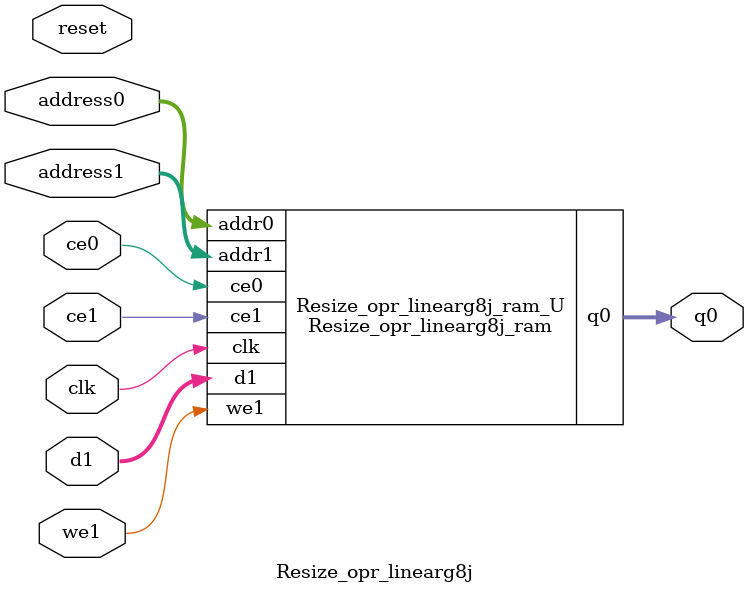
<source format=v>
`timescale 1 ns / 1 ps
module Resize_opr_linearg8j_ram (addr0, ce0, q0, addr1, ce1, d1, we1,  clk);

parameter DWIDTH = 8;
parameter AWIDTH = 10;
parameter MEM_SIZE = 641;

input[AWIDTH-1:0] addr0;
input ce0;
output reg[DWIDTH-1:0] q0;
input[AWIDTH-1:0] addr1;
input ce1;
input[DWIDTH-1:0] d1;
input we1;
input clk;

(* ram_style = "block" *)reg [DWIDTH-1:0] ram[0:MEM_SIZE-1];




always @(posedge clk)  
begin 
    if (ce0) begin
        q0 <= ram[addr0];
    end
end


always @(posedge clk)  
begin 
    if (ce1) begin
        if (we1) 
            ram[addr1] <= d1; 
    end
end


endmodule

`timescale 1 ns / 1 ps
module Resize_opr_linearg8j(
    reset,
    clk,
    address0,
    ce0,
    q0,
    address1,
    ce1,
    we1,
    d1);

parameter DataWidth = 32'd8;
parameter AddressRange = 32'd641;
parameter AddressWidth = 32'd10;
input reset;
input clk;
input[AddressWidth - 1:0] address0;
input ce0;
output[DataWidth - 1:0] q0;
input[AddressWidth - 1:0] address1;
input ce1;
input we1;
input[DataWidth - 1:0] d1;



Resize_opr_linearg8j_ram Resize_opr_linearg8j_ram_U(
    .clk( clk ),
    .addr0( address0 ),
    .ce0( ce0 ),
    .q0( q0 ),
    .addr1( address1 ),
    .ce1( ce1 ),
    .we1( we1 ),
    .d1( d1 ));

endmodule


</source>
